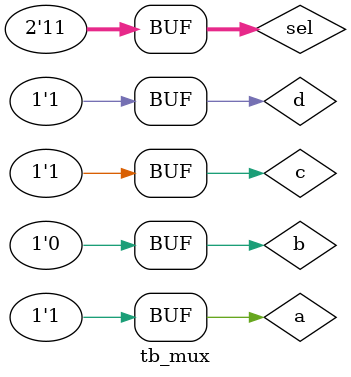
<source format=v>
`timescale 1ns / 1ps


module tb_mux();
reg a;
reg b;
reg c;
reg d;
reg [1:0]sel;
wire  out;

mux4to1 dut(a,b,c,d,sel,out);
initial
begin
#0 a=1'b1; b=1'b0; c=1'b1; d=1'b0; sel=2'b00;
#10 a=1'b1; b=1'b0; c=1'b1; d=1'b0; sel=2'b01;
#10 a=1'b1; b=1'b0; c=1'b0; d=1'b0; sel=2'b10;
#10 a=1'b1; b=1'b0; c=1'b1; d=1'b1; sel=2'b11;
end

endmodule

</source>
